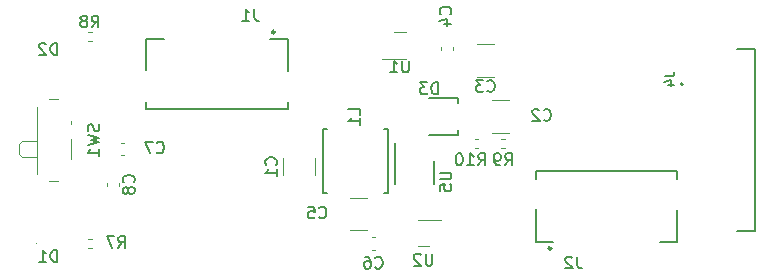
<source format=gbr>
%TF.GenerationSoftware,KiCad,Pcbnew,(7.0.0)*%
%TF.CreationDate,2023-10-22T09:49:58+03:00*%
%TF.ProjectId,nanoInvaderBot-power,6e616e6f-496e-4766-9164-6572426f742d,rev?*%
%TF.SameCoordinates,Original*%
%TF.FileFunction,Legend,Bot*%
%TF.FilePolarity,Positive*%
%FSLAX46Y46*%
G04 Gerber Fmt 4.6, Leading zero omitted, Abs format (unit mm)*
G04 Created by KiCad (PCBNEW (7.0.0)) date 2023-10-22 09:49:58*
%MOMM*%
%LPD*%
G01*
G04 APERTURE LIST*
%ADD10C,0.150000*%
%ADD11C,0.152400*%
%ADD12C,0.120000*%
%ADD13C,0.127000*%
%ADD14C,0.240000*%
%ADD15C,0.100000*%
%ADD16C,0.200000*%
G04 APERTURE END LIST*
D10*
%TO.C,U5*%
X152367380Y-102738095D02*
X153176904Y-102738095D01*
X153176904Y-102738095D02*
X153272142Y-102785714D01*
X153272142Y-102785714D02*
X153319761Y-102833333D01*
X153319761Y-102833333D02*
X153367380Y-102928571D01*
X153367380Y-102928571D02*
X153367380Y-103119047D01*
X153367380Y-103119047D02*
X153319761Y-103214285D01*
X153319761Y-103214285D02*
X153272142Y-103261904D01*
X153272142Y-103261904D02*
X153176904Y-103309523D01*
X153176904Y-103309523D02*
X152367380Y-103309523D01*
X152367380Y-104261904D02*
X152367380Y-103785714D01*
X152367380Y-103785714D02*
X152843571Y-103738095D01*
X152843571Y-103738095D02*
X152795952Y-103785714D01*
X152795952Y-103785714D02*
X152748333Y-103880952D01*
X152748333Y-103880952D02*
X152748333Y-104119047D01*
X152748333Y-104119047D02*
X152795952Y-104214285D01*
X152795952Y-104214285D02*
X152843571Y-104261904D01*
X152843571Y-104261904D02*
X152938809Y-104309523D01*
X152938809Y-104309523D02*
X153176904Y-104309523D01*
X153176904Y-104309523D02*
X153272142Y-104261904D01*
X153272142Y-104261904D02*
X153319761Y-104214285D01*
X153319761Y-104214285D02*
X153367380Y-104119047D01*
X153367380Y-104119047D02*
X153367380Y-103880952D01*
X153367380Y-103880952D02*
X153319761Y-103785714D01*
X153319761Y-103785714D02*
X153272142Y-103738095D01*
%TO.C,R10*%
X155642857Y-102117380D02*
X155976190Y-101641190D01*
X156214285Y-102117380D02*
X156214285Y-101117380D01*
X156214285Y-101117380D02*
X155833333Y-101117380D01*
X155833333Y-101117380D02*
X155738095Y-101165000D01*
X155738095Y-101165000D02*
X155690476Y-101212619D01*
X155690476Y-101212619D02*
X155642857Y-101307857D01*
X155642857Y-101307857D02*
X155642857Y-101450714D01*
X155642857Y-101450714D02*
X155690476Y-101545952D01*
X155690476Y-101545952D02*
X155738095Y-101593571D01*
X155738095Y-101593571D02*
X155833333Y-101641190D01*
X155833333Y-101641190D02*
X156214285Y-101641190D01*
X154690476Y-102117380D02*
X155261904Y-102117380D01*
X154976190Y-102117380D02*
X154976190Y-101117380D01*
X154976190Y-101117380D02*
X155071428Y-101260238D01*
X155071428Y-101260238D02*
X155166666Y-101355476D01*
X155166666Y-101355476D02*
X155261904Y-101403095D01*
X154071428Y-101117380D02*
X153976190Y-101117380D01*
X153976190Y-101117380D02*
X153880952Y-101165000D01*
X153880952Y-101165000D02*
X153833333Y-101212619D01*
X153833333Y-101212619D02*
X153785714Y-101307857D01*
X153785714Y-101307857D02*
X153738095Y-101498333D01*
X153738095Y-101498333D02*
X153738095Y-101736428D01*
X153738095Y-101736428D02*
X153785714Y-101926904D01*
X153785714Y-101926904D02*
X153833333Y-102022142D01*
X153833333Y-102022142D02*
X153880952Y-102069761D01*
X153880952Y-102069761D02*
X153976190Y-102117380D01*
X153976190Y-102117380D02*
X154071428Y-102117380D01*
X154071428Y-102117380D02*
X154166666Y-102069761D01*
X154166666Y-102069761D02*
X154214285Y-102022142D01*
X154214285Y-102022142D02*
X154261904Y-101926904D01*
X154261904Y-101926904D02*
X154309523Y-101736428D01*
X154309523Y-101736428D02*
X154309523Y-101498333D01*
X154309523Y-101498333D02*
X154261904Y-101307857D01*
X154261904Y-101307857D02*
X154214285Y-101212619D01*
X154214285Y-101212619D02*
X154166666Y-101165000D01*
X154166666Y-101165000D02*
X154071428Y-101117380D01*
%TO.C,L1*%
X145617380Y-97833333D02*
X145617380Y-97357143D01*
X145617380Y-97357143D02*
X144617380Y-97357143D01*
X145617380Y-98690476D02*
X145617380Y-98119048D01*
X145617380Y-98404762D02*
X144617380Y-98404762D01*
X144617380Y-98404762D02*
X144760238Y-98309524D01*
X144760238Y-98309524D02*
X144855476Y-98214286D01*
X144855476Y-98214286D02*
X144903095Y-98119048D01*
%TO.C,J2*%
X164006830Y-109853413D02*
X164006830Y-110568131D01*
X164006830Y-110568131D02*
X164054477Y-110711075D01*
X164054477Y-110711075D02*
X164149773Y-110806371D01*
X164149773Y-110806371D02*
X164292717Y-110854019D01*
X164292717Y-110854019D02*
X164388013Y-110854019D01*
X163577999Y-109948708D02*
X163530351Y-109901061D01*
X163530351Y-109901061D02*
X163435055Y-109853413D01*
X163435055Y-109853413D02*
X163196816Y-109853413D01*
X163196816Y-109853413D02*
X163101520Y-109901061D01*
X163101520Y-109901061D02*
X163053872Y-109948708D01*
X163053872Y-109948708D02*
X163006224Y-110044004D01*
X163006224Y-110044004D02*
X163006224Y-110139300D01*
X163006224Y-110139300D02*
X163053872Y-110282244D01*
X163053872Y-110282244D02*
X163625647Y-110854019D01*
X163625647Y-110854019D02*
X163006224Y-110854019D01*
%TO.C,D1*%
X119988094Y-110287380D02*
X119988094Y-109287380D01*
X119988094Y-109287380D02*
X119749999Y-109287380D01*
X119749999Y-109287380D02*
X119607142Y-109335000D01*
X119607142Y-109335000D02*
X119511904Y-109430238D01*
X119511904Y-109430238D02*
X119464285Y-109525476D01*
X119464285Y-109525476D02*
X119416666Y-109715952D01*
X119416666Y-109715952D02*
X119416666Y-109858809D01*
X119416666Y-109858809D02*
X119464285Y-110049285D01*
X119464285Y-110049285D02*
X119511904Y-110144523D01*
X119511904Y-110144523D02*
X119607142Y-110239761D01*
X119607142Y-110239761D02*
X119749999Y-110287380D01*
X119749999Y-110287380D02*
X119988094Y-110287380D01*
X118464285Y-110287380D02*
X119035713Y-110287380D01*
X118749999Y-110287380D02*
X118749999Y-109287380D01*
X118749999Y-109287380D02*
X118845237Y-109430238D01*
X118845237Y-109430238D02*
X118940475Y-109525476D01*
X118940475Y-109525476D02*
X119035713Y-109573095D01*
%TO.C,J1*%
X136660240Y-88880583D02*
X136660240Y-89595301D01*
X136660240Y-89595301D02*
X136707887Y-89738245D01*
X136707887Y-89738245D02*
X136803183Y-89833541D01*
X136803183Y-89833541D02*
X136946127Y-89881189D01*
X136946127Y-89881189D02*
X137041423Y-89881189D01*
X135659634Y-89881189D02*
X136231409Y-89881189D01*
X135945521Y-89881189D02*
X135945521Y-88880583D01*
X135945521Y-88880583D02*
X136040817Y-89023526D01*
X136040817Y-89023526D02*
X136136113Y-89118822D01*
X136136113Y-89118822D02*
X136231409Y-89166470D01*
%TO.C,C2*%
X161166666Y-98272142D02*
X161214285Y-98319761D01*
X161214285Y-98319761D02*
X161357142Y-98367380D01*
X161357142Y-98367380D02*
X161452380Y-98367380D01*
X161452380Y-98367380D02*
X161595237Y-98319761D01*
X161595237Y-98319761D02*
X161690475Y-98224523D01*
X161690475Y-98224523D02*
X161738094Y-98129285D01*
X161738094Y-98129285D02*
X161785713Y-97938809D01*
X161785713Y-97938809D02*
X161785713Y-97795952D01*
X161785713Y-97795952D02*
X161738094Y-97605476D01*
X161738094Y-97605476D02*
X161690475Y-97510238D01*
X161690475Y-97510238D02*
X161595237Y-97415000D01*
X161595237Y-97415000D02*
X161452380Y-97367380D01*
X161452380Y-97367380D02*
X161357142Y-97367380D01*
X161357142Y-97367380D02*
X161214285Y-97415000D01*
X161214285Y-97415000D02*
X161166666Y-97462619D01*
X160785713Y-97462619D02*
X160738094Y-97415000D01*
X160738094Y-97415000D02*
X160642856Y-97367380D01*
X160642856Y-97367380D02*
X160404761Y-97367380D01*
X160404761Y-97367380D02*
X160309523Y-97415000D01*
X160309523Y-97415000D02*
X160261904Y-97462619D01*
X160261904Y-97462619D02*
X160214285Y-97557857D01*
X160214285Y-97557857D02*
X160214285Y-97653095D01*
X160214285Y-97653095D02*
X160261904Y-97795952D01*
X160261904Y-97795952D02*
X160833332Y-98367380D01*
X160833332Y-98367380D02*
X160214285Y-98367380D01*
%TO.C,R9*%
X157916666Y-102117380D02*
X158249999Y-101641190D01*
X158488094Y-102117380D02*
X158488094Y-101117380D01*
X158488094Y-101117380D02*
X158107142Y-101117380D01*
X158107142Y-101117380D02*
X158011904Y-101165000D01*
X158011904Y-101165000D02*
X157964285Y-101212619D01*
X157964285Y-101212619D02*
X157916666Y-101307857D01*
X157916666Y-101307857D02*
X157916666Y-101450714D01*
X157916666Y-101450714D02*
X157964285Y-101545952D01*
X157964285Y-101545952D02*
X158011904Y-101593571D01*
X158011904Y-101593571D02*
X158107142Y-101641190D01*
X158107142Y-101641190D02*
X158488094Y-101641190D01*
X157440475Y-102117380D02*
X157249999Y-102117380D01*
X157249999Y-102117380D02*
X157154761Y-102069761D01*
X157154761Y-102069761D02*
X157107142Y-102022142D01*
X157107142Y-102022142D02*
X157011904Y-101879285D01*
X157011904Y-101879285D02*
X156964285Y-101688809D01*
X156964285Y-101688809D02*
X156964285Y-101307857D01*
X156964285Y-101307857D02*
X157011904Y-101212619D01*
X157011904Y-101212619D02*
X157059523Y-101165000D01*
X157059523Y-101165000D02*
X157154761Y-101117380D01*
X157154761Y-101117380D02*
X157345237Y-101117380D01*
X157345237Y-101117380D02*
X157440475Y-101165000D01*
X157440475Y-101165000D02*
X157488094Y-101212619D01*
X157488094Y-101212619D02*
X157535713Y-101307857D01*
X157535713Y-101307857D02*
X157535713Y-101545952D01*
X157535713Y-101545952D02*
X157488094Y-101641190D01*
X157488094Y-101641190D02*
X157440475Y-101688809D01*
X157440475Y-101688809D02*
X157345237Y-101736428D01*
X157345237Y-101736428D02*
X157154761Y-101736428D01*
X157154761Y-101736428D02*
X157059523Y-101688809D01*
X157059523Y-101688809D02*
X157011904Y-101641190D01*
X157011904Y-101641190D02*
X156964285Y-101545952D01*
%TO.C,C6*%
X146916666Y-110772142D02*
X146964285Y-110819761D01*
X146964285Y-110819761D02*
X147107142Y-110867380D01*
X147107142Y-110867380D02*
X147202380Y-110867380D01*
X147202380Y-110867380D02*
X147345237Y-110819761D01*
X147345237Y-110819761D02*
X147440475Y-110724523D01*
X147440475Y-110724523D02*
X147488094Y-110629285D01*
X147488094Y-110629285D02*
X147535713Y-110438809D01*
X147535713Y-110438809D02*
X147535713Y-110295952D01*
X147535713Y-110295952D02*
X147488094Y-110105476D01*
X147488094Y-110105476D02*
X147440475Y-110010238D01*
X147440475Y-110010238D02*
X147345237Y-109915000D01*
X147345237Y-109915000D02*
X147202380Y-109867380D01*
X147202380Y-109867380D02*
X147107142Y-109867380D01*
X147107142Y-109867380D02*
X146964285Y-109915000D01*
X146964285Y-109915000D02*
X146916666Y-109962619D01*
X146059523Y-109867380D02*
X146249999Y-109867380D01*
X146249999Y-109867380D02*
X146345237Y-109915000D01*
X146345237Y-109915000D02*
X146392856Y-109962619D01*
X146392856Y-109962619D02*
X146488094Y-110105476D01*
X146488094Y-110105476D02*
X146535713Y-110295952D01*
X146535713Y-110295952D02*
X146535713Y-110676904D01*
X146535713Y-110676904D02*
X146488094Y-110772142D01*
X146488094Y-110772142D02*
X146440475Y-110819761D01*
X146440475Y-110819761D02*
X146345237Y-110867380D01*
X146345237Y-110867380D02*
X146154761Y-110867380D01*
X146154761Y-110867380D02*
X146059523Y-110819761D01*
X146059523Y-110819761D02*
X146011904Y-110772142D01*
X146011904Y-110772142D02*
X145964285Y-110676904D01*
X145964285Y-110676904D02*
X145964285Y-110438809D01*
X145964285Y-110438809D02*
X146011904Y-110343571D01*
X146011904Y-110343571D02*
X146059523Y-110295952D01*
X146059523Y-110295952D02*
X146154761Y-110248333D01*
X146154761Y-110248333D02*
X146345237Y-110248333D01*
X146345237Y-110248333D02*
X146440475Y-110295952D01*
X146440475Y-110295952D02*
X146488094Y-110343571D01*
X146488094Y-110343571D02*
X146535713Y-110438809D01*
%TO.C,C4*%
X153272142Y-89333333D02*
X153319761Y-89285714D01*
X153319761Y-89285714D02*
X153367380Y-89142857D01*
X153367380Y-89142857D02*
X153367380Y-89047619D01*
X153367380Y-89047619D02*
X153319761Y-88904762D01*
X153319761Y-88904762D02*
X153224523Y-88809524D01*
X153224523Y-88809524D02*
X153129285Y-88761905D01*
X153129285Y-88761905D02*
X152938809Y-88714286D01*
X152938809Y-88714286D02*
X152795952Y-88714286D01*
X152795952Y-88714286D02*
X152605476Y-88761905D01*
X152605476Y-88761905D02*
X152510238Y-88809524D01*
X152510238Y-88809524D02*
X152415000Y-88904762D01*
X152415000Y-88904762D02*
X152367380Y-89047619D01*
X152367380Y-89047619D02*
X152367380Y-89142857D01*
X152367380Y-89142857D02*
X152415000Y-89285714D01*
X152415000Y-89285714D02*
X152462619Y-89333333D01*
X152700714Y-90190476D02*
X153367380Y-90190476D01*
X152319761Y-89952381D02*
X153034047Y-89714286D01*
X153034047Y-89714286D02*
X153034047Y-90333333D01*
%TO.C,C8*%
X126452142Y-103583333D02*
X126499761Y-103535714D01*
X126499761Y-103535714D02*
X126547380Y-103392857D01*
X126547380Y-103392857D02*
X126547380Y-103297619D01*
X126547380Y-103297619D02*
X126499761Y-103154762D01*
X126499761Y-103154762D02*
X126404523Y-103059524D01*
X126404523Y-103059524D02*
X126309285Y-103011905D01*
X126309285Y-103011905D02*
X126118809Y-102964286D01*
X126118809Y-102964286D02*
X125975952Y-102964286D01*
X125975952Y-102964286D02*
X125785476Y-103011905D01*
X125785476Y-103011905D02*
X125690238Y-103059524D01*
X125690238Y-103059524D02*
X125595000Y-103154762D01*
X125595000Y-103154762D02*
X125547380Y-103297619D01*
X125547380Y-103297619D02*
X125547380Y-103392857D01*
X125547380Y-103392857D02*
X125595000Y-103535714D01*
X125595000Y-103535714D02*
X125642619Y-103583333D01*
X125975952Y-104154762D02*
X125928333Y-104059524D01*
X125928333Y-104059524D02*
X125880714Y-104011905D01*
X125880714Y-104011905D02*
X125785476Y-103964286D01*
X125785476Y-103964286D02*
X125737857Y-103964286D01*
X125737857Y-103964286D02*
X125642619Y-104011905D01*
X125642619Y-104011905D02*
X125595000Y-104059524D01*
X125595000Y-104059524D02*
X125547380Y-104154762D01*
X125547380Y-104154762D02*
X125547380Y-104345238D01*
X125547380Y-104345238D02*
X125595000Y-104440476D01*
X125595000Y-104440476D02*
X125642619Y-104488095D01*
X125642619Y-104488095D02*
X125737857Y-104535714D01*
X125737857Y-104535714D02*
X125785476Y-104535714D01*
X125785476Y-104535714D02*
X125880714Y-104488095D01*
X125880714Y-104488095D02*
X125928333Y-104440476D01*
X125928333Y-104440476D02*
X125975952Y-104345238D01*
X125975952Y-104345238D02*
X125975952Y-104154762D01*
X125975952Y-104154762D02*
X126023571Y-104059524D01*
X126023571Y-104059524D02*
X126071190Y-104011905D01*
X126071190Y-104011905D02*
X126166428Y-103964286D01*
X126166428Y-103964286D02*
X126356904Y-103964286D01*
X126356904Y-103964286D02*
X126452142Y-104011905D01*
X126452142Y-104011905D02*
X126499761Y-104059524D01*
X126499761Y-104059524D02*
X126547380Y-104154762D01*
X126547380Y-104154762D02*
X126547380Y-104345238D01*
X126547380Y-104345238D02*
X126499761Y-104440476D01*
X126499761Y-104440476D02*
X126452142Y-104488095D01*
X126452142Y-104488095D02*
X126356904Y-104535714D01*
X126356904Y-104535714D02*
X126166428Y-104535714D01*
X126166428Y-104535714D02*
X126071190Y-104488095D01*
X126071190Y-104488095D02*
X126023571Y-104440476D01*
X126023571Y-104440476D02*
X125975952Y-104345238D01*
%TO.C,J4*%
X171447165Y-94570747D02*
X172018864Y-94570747D01*
X172018864Y-94570747D02*
X172133204Y-94532634D01*
X172133204Y-94532634D02*
X172209430Y-94456407D01*
X172209430Y-94456407D02*
X172247543Y-94342068D01*
X172247543Y-94342068D02*
X172247543Y-94265841D01*
X171713958Y-95294899D02*
X172247543Y-95294899D01*
X171409052Y-95104333D02*
X171980751Y-94913766D01*
X171980751Y-94913766D02*
X171980751Y-95409239D01*
%TO.C,R7*%
X125166666Y-109117380D02*
X125499999Y-108641190D01*
X125738094Y-109117380D02*
X125738094Y-108117380D01*
X125738094Y-108117380D02*
X125357142Y-108117380D01*
X125357142Y-108117380D02*
X125261904Y-108165000D01*
X125261904Y-108165000D02*
X125214285Y-108212619D01*
X125214285Y-108212619D02*
X125166666Y-108307857D01*
X125166666Y-108307857D02*
X125166666Y-108450714D01*
X125166666Y-108450714D02*
X125214285Y-108545952D01*
X125214285Y-108545952D02*
X125261904Y-108593571D01*
X125261904Y-108593571D02*
X125357142Y-108641190D01*
X125357142Y-108641190D02*
X125738094Y-108641190D01*
X124833332Y-108117380D02*
X124166666Y-108117380D01*
X124166666Y-108117380D02*
X124595237Y-109117380D01*
%TO.C,U2*%
X151761904Y-109617380D02*
X151761904Y-110426904D01*
X151761904Y-110426904D02*
X151714285Y-110522142D01*
X151714285Y-110522142D02*
X151666666Y-110569761D01*
X151666666Y-110569761D02*
X151571428Y-110617380D01*
X151571428Y-110617380D02*
X151380952Y-110617380D01*
X151380952Y-110617380D02*
X151285714Y-110569761D01*
X151285714Y-110569761D02*
X151238095Y-110522142D01*
X151238095Y-110522142D02*
X151190476Y-110426904D01*
X151190476Y-110426904D02*
X151190476Y-109617380D01*
X150761904Y-109712619D02*
X150714285Y-109665000D01*
X150714285Y-109665000D02*
X150619047Y-109617380D01*
X150619047Y-109617380D02*
X150380952Y-109617380D01*
X150380952Y-109617380D02*
X150285714Y-109665000D01*
X150285714Y-109665000D02*
X150238095Y-109712619D01*
X150238095Y-109712619D02*
X150190476Y-109807857D01*
X150190476Y-109807857D02*
X150190476Y-109903095D01*
X150190476Y-109903095D02*
X150238095Y-110045952D01*
X150238095Y-110045952D02*
X150809523Y-110617380D01*
X150809523Y-110617380D02*
X150190476Y-110617380D01*
%TO.C,SW1*%
X123519761Y-98666667D02*
X123567380Y-98809524D01*
X123567380Y-98809524D02*
X123567380Y-99047619D01*
X123567380Y-99047619D02*
X123519761Y-99142857D01*
X123519761Y-99142857D02*
X123472142Y-99190476D01*
X123472142Y-99190476D02*
X123376904Y-99238095D01*
X123376904Y-99238095D02*
X123281666Y-99238095D01*
X123281666Y-99238095D02*
X123186428Y-99190476D01*
X123186428Y-99190476D02*
X123138809Y-99142857D01*
X123138809Y-99142857D02*
X123091190Y-99047619D01*
X123091190Y-99047619D02*
X123043571Y-98857143D01*
X123043571Y-98857143D02*
X122995952Y-98761905D01*
X122995952Y-98761905D02*
X122948333Y-98714286D01*
X122948333Y-98714286D02*
X122853095Y-98666667D01*
X122853095Y-98666667D02*
X122757857Y-98666667D01*
X122757857Y-98666667D02*
X122662619Y-98714286D01*
X122662619Y-98714286D02*
X122615000Y-98761905D01*
X122615000Y-98761905D02*
X122567380Y-98857143D01*
X122567380Y-98857143D02*
X122567380Y-99095238D01*
X122567380Y-99095238D02*
X122615000Y-99238095D01*
X122567380Y-99571429D02*
X123567380Y-99809524D01*
X123567380Y-99809524D02*
X122853095Y-100000000D01*
X122853095Y-100000000D02*
X123567380Y-100190476D01*
X123567380Y-100190476D02*
X122567380Y-100428572D01*
X123567380Y-101333333D02*
X123567380Y-100761905D01*
X123567380Y-101047619D02*
X122567380Y-101047619D01*
X122567380Y-101047619D02*
X122710238Y-100952381D01*
X122710238Y-100952381D02*
X122805476Y-100857143D01*
X122805476Y-100857143D02*
X122853095Y-100761905D01*
%TO.C,D3*%
X152238094Y-96117380D02*
X152238094Y-95117380D01*
X152238094Y-95117380D02*
X151999999Y-95117380D01*
X151999999Y-95117380D02*
X151857142Y-95165000D01*
X151857142Y-95165000D02*
X151761904Y-95260238D01*
X151761904Y-95260238D02*
X151714285Y-95355476D01*
X151714285Y-95355476D02*
X151666666Y-95545952D01*
X151666666Y-95545952D02*
X151666666Y-95688809D01*
X151666666Y-95688809D02*
X151714285Y-95879285D01*
X151714285Y-95879285D02*
X151761904Y-95974523D01*
X151761904Y-95974523D02*
X151857142Y-96069761D01*
X151857142Y-96069761D02*
X151999999Y-96117380D01*
X151999999Y-96117380D02*
X152238094Y-96117380D01*
X151333332Y-95117380D02*
X150714285Y-95117380D01*
X150714285Y-95117380D02*
X151047618Y-95498333D01*
X151047618Y-95498333D02*
X150904761Y-95498333D01*
X150904761Y-95498333D02*
X150809523Y-95545952D01*
X150809523Y-95545952D02*
X150761904Y-95593571D01*
X150761904Y-95593571D02*
X150714285Y-95688809D01*
X150714285Y-95688809D02*
X150714285Y-95926904D01*
X150714285Y-95926904D02*
X150761904Y-96022142D01*
X150761904Y-96022142D02*
X150809523Y-96069761D01*
X150809523Y-96069761D02*
X150904761Y-96117380D01*
X150904761Y-96117380D02*
X151190475Y-96117380D01*
X151190475Y-96117380D02*
X151285713Y-96069761D01*
X151285713Y-96069761D02*
X151333332Y-96022142D01*
%TO.C,C7*%
X128416666Y-101022142D02*
X128464285Y-101069761D01*
X128464285Y-101069761D02*
X128607142Y-101117380D01*
X128607142Y-101117380D02*
X128702380Y-101117380D01*
X128702380Y-101117380D02*
X128845237Y-101069761D01*
X128845237Y-101069761D02*
X128940475Y-100974523D01*
X128940475Y-100974523D02*
X128988094Y-100879285D01*
X128988094Y-100879285D02*
X129035713Y-100688809D01*
X129035713Y-100688809D02*
X129035713Y-100545952D01*
X129035713Y-100545952D02*
X128988094Y-100355476D01*
X128988094Y-100355476D02*
X128940475Y-100260238D01*
X128940475Y-100260238D02*
X128845237Y-100165000D01*
X128845237Y-100165000D02*
X128702380Y-100117380D01*
X128702380Y-100117380D02*
X128607142Y-100117380D01*
X128607142Y-100117380D02*
X128464285Y-100165000D01*
X128464285Y-100165000D02*
X128416666Y-100212619D01*
X128083332Y-100117380D02*
X127416666Y-100117380D01*
X127416666Y-100117380D02*
X127845237Y-101117380D01*
%TO.C,C3*%
X156416666Y-95822142D02*
X156464285Y-95869761D01*
X156464285Y-95869761D02*
X156607142Y-95917380D01*
X156607142Y-95917380D02*
X156702380Y-95917380D01*
X156702380Y-95917380D02*
X156845237Y-95869761D01*
X156845237Y-95869761D02*
X156940475Y-95774523D01*
X156940475Y-95774523D02*
X156988094Y-95679285D01*
X156988094Y-95679285D02*
X157035713Y-95488809D01*
X157035713Y-95488809D02*
X157035713Y-95345952D01*
X157035713Y-95345952D02*
X156988094Y-95155476D01*
X156988094Y-95155476D02*
X156940475Y-95060238D01*
X156940475Y-95060238D02*
X156845237Y-94965000D01*
X156845237Y-94965000D02*
X156702380Y-94917380D01*
X156702380Y-94917380D02*
X156607142Y-94917380D01*
X156607142Y-94917380D02*
X156464285Y-94965000D01*
X156464285Y-94965000D02*
X156416666Y-95012619D01*
X156083332Y-94917380D02*
X155464285Y-94917380D01*
X155464285Y-94917380D02*
X155797618Y-95298333D01*
X155797618Y-95298333D02*
X155654761Y-95298333D01*
X155654761Y-95298333D02*
X155559523Y-95345952D01*
X155559523Y-95345952D02*
X155511904Y-95393571D01*
X155511904Y-95393571D02*
X155464285Y-95488809D01*
X155464285Y-95488809D02*
X155464285Y-95726904D01*
X155464285Y-95726904D02*
X155511904Y-95822142D01*
X155511904Y-95822142D02*
X155559523Y-95869761D01*
X155559523Y-95869761D02*
X155654761Y-95917380D01*
X155654761Y-95917380D02*
X155940475Y-95917380D01*
X155940475Y-95917380D02*
X156035713Y-95869761D01*
X156035713Y-95869761D02*
X156083332Y-95822142D01*
%TO.C,U1*%
X149761904Y-93267380D02*
X149761904Y-94076904D01*
X149761904Y-94076904D02*
X149714285Y-94172142D01*
X149714285Y-94172142D02*
X149666666Y-94219761D01*
X149666666Y-94219761D02*
X149571428Y-94267380D01*
X149571428Y-94267380D02*
X149380952Y-94267380D01*
X149380952Y-94267380D02*
X149285714Y-94219761D01*
X149285714Y-94219761D02*
X149238095Y-94172142D01*
X149238095Y-94172142D02*
X149190476Y-94076904D01*
X149190476Y-94076904D02*
X149190476Y-93267380D01*
X148190476Y-94267380D02*
X148761904Y-94267380D01*
X148476190Y-94267380D02*
X148476190Y-93267380D01*
X148476190Y-93267380D02*
X148571428Y-93410238D01*
X148571428Y-93410238D02*
X148666666Y-93505476D01*
X148666666Y-93505476D02*
X148761904Y-93553095D01*
%TO.C,C5*%
X142166666Y-106522142D02*
X142214285Y-106569761D01*
X142214285Y-106569761D02*
X142357142Y-106617380D01*
X142357142Y-106617380D02*
X142452380Y-106617380D01*
X142452380Y-106617380D02*
X142595237Y-106569761D01*
X142595237Y-106569761D02*
X142690475Y-106474523D01*
X142690475Y-106474523D02*
X142738094Y-106379285D01*
X142738094Y-106379285D02*
X142785713Y-106188809D01*
X142785713Y-106188809D02*
X142785713Y-106045952D01*
X142785713Y-106045952D02*
X142738094Y-105855476D01*
X142738094Y-105855476D02*
X142690475Y-105760238D01*
X142690475Y-105760238D02*
X142595237Y-105665000D01*
X142595237Y-105665000D02*
X142452380Y-105617380D01*
X142452380Y-105617380D02*
X142357142Y-105617380D01*
X142357142Y-105617380D02*
X142214285Y-105665000D01*
X142214285Y-105665000D02*
X142166666Y-105712619D01*
X141261904Y-105617380D02*
X141738094Y-105617380D01*
X141738094Y-105617380D02*
X141785713Y-106093571D01*
X141785713Y-106093571D02*
X141738094Y-106045952D01*
X141738094Y-106045952D02*
X141642856Y-105998333D01*
X141642856Y-105998333D02*
X141404761Y-105998333D01*
X141404761Y-105998333D02*
X141309523Y-106045952D01*
X141309523Y-106045952D02*
X141261904Y-106093571D01*
X141261904Y-106093571D02*
X141214285Y-106188809D01*
X141214285Y-106188809D02*
X141214285Y-106426904D01*
X141214285Y-106426904D02*
X141261904Y-106522142D01*
X141261904Y-106522142D02*
X141309523Y-106569761D01*
X141309523Y-106569761D02*
X141404761Y-106617380D01*
X141404761Y-106617380D02*
X141642856Y-106617380D01*
X141642856Y-106617380D02*
X141738094Y-106569761D01*
X141738094Y-106569761D02*
X141785713Y-106522142D01*
%TO.C,R8*%
X122916666Y-90447380D02*
X123249999Y-89971190D01*
X123488094Y-90447380D02*
X123488094Y-89447380D01*
X123488094Y-89447380D02*
X123107142Y-89447380D01*
X123107142Y-89447380D02*
X123011904Y-89495000D01*
X123011904Y-89495000D02*
X122964285Y-89542619D01*
X122964285Y-89542619D02*
X122916666Y-89637857D01*
X122916666Y-89637857D02*
X122916666Y-89780714D01*
X122916666Y-89780714D02*
X122964285Y-89875952D01*
X122964285Y-89875952D02*
X123011904Y-89923571D01*
X123011904Y-89923571D02*
X123107142Y-89971190D01*
X123107142Y-89971190D02*
X123488094Y-89971190D01*
X122345237Y-89875952D02*
X122440475Y-89828333D01*
X122440475Y-89828333D02*
X122488094Y-89780714D01*
X122488094Y-89780714D02*
X122535713Y-89685476D01*
X122535713Y-89685476D02*
X122535713Y-89637857D01*
X122535713Y-89637857D02*
X122488094Y-89542619D01*
X122488094Y-89542619D02*
X122440475Y-89495000D01*
X122440475Y-89495000D02*
X122345237Y-89447380D01*
X122345237Y-89447380D02*
X122154761Y-89447380D01*
X122154761Y-89447380D02*
X122059523Y-89495000D01*
X122059523Y-89495000D02*
X122011904Y-89542619D01*
X122011904Y-89542619D02*
X121964285Y-89637857D01*
X121964285Y-89637857D02*
X121964285Y-89685476D01*
X121964285Y-89685476D02*
X122011904Y-89780714D01*
X122011904Y-89780714D02*
X122059523Y-89828333D01*
X122059523Y-89828333D02*
X122154761Y-89875952D01*
X122154761Y-89875952D02*
X122345237Y-89875952D01*
X122345237Y-89875952D02*
X122440475Y-89923571D01*
X122440475Y-89923571D02*
X122488094Y-89971190D01*
X122488094Y-89971190D02*
X122535713Y-90066428D01*
X122535713Y-90066428D02*
X122535713Y-90256904D01*
X122535713Y-90256904D02*
X122488094Y-90352142D01*
X122488094Y-90352142D02*
X122440475Y-90399761D01*
X122440475Y-90399761D02*
X122345237Y-90447380D01*
X122345237Y-90447380D02*
X122154761Y-90447380D01*
X122154761Y-90447380D02*
X122059523Y-90399761D01*
X122059523Y-90399761D02*
X122011904Y-90352142D01*
X122011904Y-90352142D02*
X121964285Y-90256904D01*
X121964285Y-90256904D02*
X121964285Y-90066428D01*
X121964285Y-90066428D02*
X122011904Y-89971190D01*
X122011904Y-89971190D02*
X122059523Y-89923571D01*
X122059523Y-89923571D02*
X122154761Y-89875952D01*
%TO.C,C1*%
X138522142Y-102083333D02*
X138569761Y-102035714D01*
X138569761Y-102035714D02*
X138617380Y-101892857D01*
X138617380Y-101892857D02*
X138617380Y-101797619D01*
X138617380Y-101797619D02*
X138569761Y-101654762D01*
X138569761Y-101654762D02*
X138474523Y-101559524D01*
X138474523Y-101559524D02*
X138379285Y-101511905D01*
X138379285Y-101511905D02*
X138188809Y-101464286D01*
X138188809Y-101464286D02*
X138045952Y-101464286D01*
X138045952Y-101464286D02*
X137855476Y-101511905D01*
X137855476Y-101511905D02*
X137760238Y-101559524D01*
X137760238Y-101559524D02*
X137665000Y-101654762D01*
X137665000Y-101654762D02*
X137617380Y-101797619D01*
X137617380Y-101797619D02*
X137617380Y-101892857D01*
X137617380Y-101892857D02*
X137665000Y-102035714D01*
X137665000Y-102035714D02*
X137712619Y-102083333D01*
X138617380Y-103035714D02*
X138617380Y-102464286D01*
X138617380Y-102750000D02*
X137617380Y-102750000D01*
X137617380Y-102750000D02*
X137760238Y-102654762D01*
X137760238Y-102654762D02*
X137855476Y-102559524D01*
X137855476Y-102559524D02*
X137903095Y-102464286D01*
%TO.C,D2*%
X119988094Y-92787380D02*
X119988094Y-91787380D01*
X119988094Y-91787380D02*
X119749999Y-91787380D01*
X119749999Y-91787380D02*
X119607142Y-91835000D01*
X119607142Y-91835000D02*
X119511904Y-91930238D01*
X119511904Y-91930238D02*
X119464285Y-92025476D01*
X119464285Y-92025476D02*
X119416666Y-92215952D01*
X119416666Y-92215952D02*
X119416666Y-92358809D01*
X119416666Y-92358809D02*
X119464285Y-92549285D01*
X119464285Y-92549285D02*
X119511904Y-92644523D01*
X119511904Y-92644523D02*
X119607142Y-92739761D01*
X119607142Y-92739761D02*
X119749999Y-92787380D01*
X119749999Y-92787380D02*
X119988094Y-92787380D01*
X119035713Y-91882619D02*
X118988094Y-91835000D01*
X118988094Y-91835000D02*
X118892856Y-91787380D01*
X118892856Y-91787380D02*
X118654761Y-91787380D01*
X118654761Y-91787380D02*
X118559523Y-91835000D01*
X118559523Y-91835000D02*
X118511904Y-91882619D01*
X118511904Y-91882619D02*
X118464285Y-91977857D01*
X118464285Y-91977857D02*
X118464285Y-92073095D01*
X118464285Y-92073095D02*
X118511904Y-92215952D01*
X118511904Y-92215952D02*
X119083332Y-92787380D01*
X119083332Y-92787380D02*
X118464285Y-92787380D01*
D11*
%TO.C,U5*%
X151901000Y-101746700D02*
X151901000Y-103753300D01*
X148599000Y-103753300D02*
X148599000Y-100210000D01*
D12*
%TO.C,R10*%
X155346359Y-99870000D02*
X155653641Y-99870000D01*
X155346359Y-100630000D02*
X155653641Y-100630000D01*
D11*
%TO.C,L1*%
X147980500Y-99019500D02*
X147980500Y-104480500D01*
X147653050Y-99019500D02*
X147980500Y-99019500D01*
X142519500Y-99019500D02*
X142846950Y-99019500D01*
X147980500Y-104480500D02*
X147653050Y-104480500D01*
X142846950Y-104480500D02*
X142519500Y-104480500D01*
X142519500Y-104480500D02*
X142519500Y-99019500D01*
D13*
%TO.C,J2*%
X160500000Y-102650000D02*
X160500000Y-103250000D01*
X160500000Y-108550000D02*
X160500000Y-105850000D01*
X160500000Y-108600000D02*
X162000000Y-108600000D01*
X172500000Y-102600000D02*
X160500000Y-102600000D01*
X172500000Y-102650000D02*
X172500000Y-103250000D01*
X172500000Y-108550000D02*
X172500000Y-105950000D01*
X172500000Y-108600000D02*
X171000000Y-108600000D01*
D14*
X161820000Y-109150000D02*
G75*
G03*
X161820000Y-109150000I-120000J0D01*
G01*
D15*
%TO.C,D1*%
X118210000Y-108750000D02*
G75*
G03*
X118210000Y-108750000I-50000J0D01*
G01*
D13*
%TO.C,J1*%
X139500000Y-97350000D02*
X139500000Y-96750000D01*
X139500000Y-91450000D02*
X139500000Y-94150000D01*
X139500000Y-91400000D02*
X138000000Y-91400000D01*
X127500000Y-97400000D02*
X139500000Y-97400000D01*
X127500000Y-97350000D02*
X127500000Y-96750000D01*
X127500000Y-91450000D02*
X127500000Y-94050000D01*
X127500000Y-91400000D02*
X129000000Y-91400000D01*
D14*
X138420000Y-90850000D02*
G75*
G03*
X138420000Y-90850000I-120000J0D01*
G01*
D12*
%TO.C,C2*%
X156788748Y-96640000D02*
X158211252Y-96640000D01*
X156788748Y-99360000D02*
X158211252Y-99360000D01*
%TO.C,R9*%
X157596359Y-99870000D02*
X157903641Y-99870000D01*
X157596359Y-100630000D02*
X157903641Y-100630000D01*
%TO.C,C6*%
X146890580Y-109260000D02*
X146609420Y-109260000D01*
X146890580Y-108240000D02*
X146609420Y-108240000D01*
%TO.C,C4*%
X152490000Y-92390580D02*
X152490000Y-92109420D01*
X153510000Y-92390580D02*
X153510000Y-92109420D01*
%TO.C,C8*%
X124240000Y-103890580D02*
X124240000Y-103609420D01*
X125260000Y-103890580D02*
X125260000Y-103609420D01*
D13*
%TO.C,J4*%
X179062500Y-92285000D02*
X179062500Y-107715000D01*
X177562500Y-92285000D02*
X179062500Y-92285000D01*
X179062500Y-107715000D02*
X177562500Y-107715000D01*
D16*
X172962500Y-95270000D02*
G75*
G03*
X172962500Y-95270000I-100000J0D01*
G01*
D12*
%TO.C,R7*%
X122903641Y-109130000D02*
X122596359Y-109130000D01*
X122903641Y-108370000D02*
X122596359Y-108370000D01*
%TO.C,U2*%
X152500000Y-106730000D02*
X150500000Y-106730000D01*
X150500000Y-108970000D02*
X151500000Y-108970000D01*
%TO.C,SW1*%
X120070000Y-103450000D02*
X119280000Y-103450000D01*
X118270000Y-102850000D02*
X118270000Y-97150000D01*
X121120000Y-101600000D02*
X121120000Y-99900000D01*
X116980000Y-101400000D02*
X116770000Y-101200000D01*
X118270000Y-101400000D02*
X116980000Y-101400000D01*
X116770000Y-101200000D02*
X116770000Y-100300000D01*
X116980000Y-100100000D02*
X116770000Y-100300000D01*
X116980000Y-100100000D02*
X118270000Y-100100000D01*
X121120000Y-98600000D02*
X121120000Y-98400000D01*
X119280000Y-96550000D02*
X120070000Y-96550000D01*
D11*
%TO.C,D3*%
X153925700Y-99600200D02*
X151500000Y-99600200D01*
X153925700Y-99158240D02*
X153925700Y-99600200D01*
X153925700Y-96399800D02*
X153925700Y-96841760D01*
X151500000Y-96399800D02*
X153925700Y-96399800D01*
D12*
%TO.C,C7*%
X125640580Y-101260000D02*
X125359420Y-101260000D01*
X125640580Y-100240000D02*
X125359420Y-100240000D01*
%TO.C,C3*%
X155538748Y-91890000D02*
X156961252Y-91890000D01*
X155538748Y-94610000D02*
X156961252Y-94610000D01*
%TO.C,U1*%
X147500000Y-93120000D02*
X149500000Y-93120000D01*
X149500000Y-90880000D02*
X148500000Y-90880000D01*
%TO.C,C5*%
X146211252Y-107610000D02*
X144788748Y-107610000D01*
X146211252Y-104890000D02*
X144788748Y-104890000D01*
%TO.C,R8*%
X122903641Y-91630000D02*
X122596359Y-91630000D01*
X122903641Y-90870000D02*
X122596359Y-90870000D01*
%TO.C,C1*%
X139140000Y-102961252D02*
X139140000Y-101538748D01*
X141860000Y-102961252D02*
X141860000Y-101538748D01*
D15*
%TO.C,D2*%
X118210000Y-91250000D02*
G75*
G03*
X118210000Y-91250000I-50000J0D01*
G01*
%TD*%
M02*

</source>
